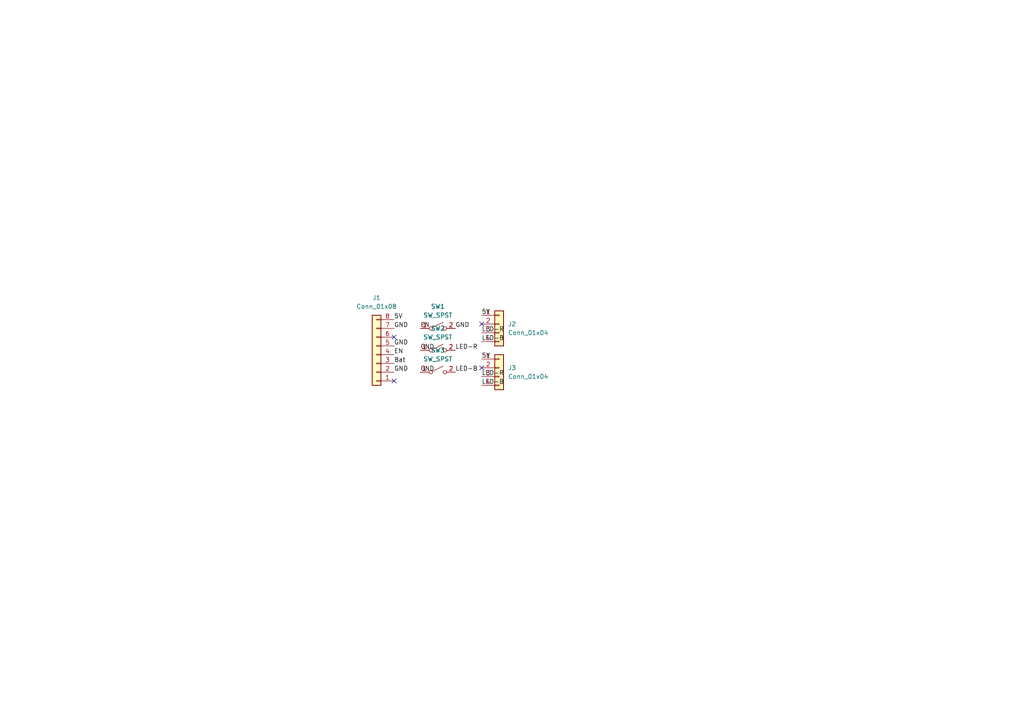
<source format=kicad_sch>
(kicad_sch (version 20231120) (generator "eeschema") (generator_version "8.0")
  (paper "A4")
  (lib_symbols
    (symbol "Connector_Generic:Conn_01x04" (pin_names (offset 1.016) hide)
      (property "Reference" "J" (at 0 5.08 0))
      (property "Value" "Conn_01x04" (at 0 -7.62 0))
      (symbol "Conn_01x04_1_1"
        (rectangle (start -1.27 -4.953) (end 0 -5.207) (stroke (width 0.1524)))
        (rectangle (start -1.27 -2.413) (end 0 -2.667) (stroke (width 0.1524)))
        (rectangle (start -1.27 0.127) (end 0 -0.127) (stroke (width 0.1524)))
        (rectangle (start -1.27 2.667) (end 0 2.413) (stroke (width 0.1524)))
        (rectangle (start -1.27 3.81) (end 1.27 -6.35) (stroke (width 0.254)) (fill (type background)))
        (pin passive line (at -5.08 2.54 0) (length 3.81) (name "Pin_1") (number "1"))
        (pin passive line (at -5.08 0 0) (length 3.81) (name "Pin_2") (number "2"))
        (pin passive line (at -5.08 -2.54 0) (length 3.81) (name "Pin_3") (number "3"))
        (pin passive line (at -5.08 -5.08 0) (length 3.81) (name "Pin_4") (number "4"))
      )
    )
    (symbol "Connector_Generic:Conn_01x08" (pin_names (offset 1.016) hide)
      (property "Reference" "J" (at 0 10.16 0))
      (property "Value" "Conn_01x08" (at 0 -12.7 0))
      (symbol "Conn_01x08_1_1"
        (rectangle (start -1.27 -10.033) (end 0 -10.287) (stroke (width 0.1524)))
        (rectangle (start -1.27 -7.493) (end 0 -7.747) (stroke (width 0.1524)))
        (rectangle (start -1.27 -4.953) (end 0 -5.207) (stroke (width 0.1524)))
        (rectangle (start -1.27 -2.413) (end 0 -2.667) (stroke (width 0.1524)))
        (rectangle (start -1.27 0.127) (end 0 -0.127) (stroke (width 0.1524)))
        (rectangle (start -1.27 2.667) (end 0 2.413) (stroke (width 0.1524)))
        (rectangle (start -1.27 5.207) (end 0 4.953) (stroke (width 0.1524)))
        (rectangle (start -1.27 7.747) (end 0 7.493) (stroke (width 0.1524)))
        (rectangle (start -1.27 8.89) (end 1.27 -11.43) (stroke (width 0.254)) (fill (type background)))
        (pin passive line (at -5.08 7.62 0) (length 3.81) (name "Pin_1") (number "1"))
        (pin passive line (at -5.08 5.08 0) (length 3.81) (name "Pin_2") (number "2"))
        (pin passive line (at -5.08 2.54 0) (length 3.81) (name "Pin_3") (number "3"))
        (pin passive line (at -5.08 0 0) (length 3.81) (name "Pin_4") (number "4"))
        (pin passive line (at -5.08 -2.54 0) (length 3.81) (name "Pin_5") (number "5"))
        (pin passive line (at -5.08 -5.08 0) (length 3.81) (name "Pin_6") (number "6"))
        (pin passive line (at -5.08 -7.62 0) (length 3.81) (name "Pin_7") (number "7"))
        (pin passive line (at -5.08 -10.16 0) (length 3.81) (name "Pin_8") (number "8"))
      )
    )
    (symbol "Switch:SW_SPST" (pin_names (offset 0) hide)
      (property "Reference" "SW" (at 0 3.175 0))
      (property "Value" "SW_SPST" (at 0 -2.54 0))
      (symbol "SW_SPST_0_0"
        (circle (center -2.032 0) (radius 0.508))
        (polyline (pts (xy -1.524 0.254) (xy 1.524 1.778)))
        (circle (center 2.032 0) (radius 0.508))
      )
      (symbol "SW_SPST_1_1"
        (pin passive line (at -5.08 0 0) (length 2.54) (name "A") (number "1"))
        (pin passive line (at 5.08 0 180) (length 2.54) (name "B") (number "2"))
      )
    )
  )
  (no_connect (at 139.7 106.68))
  (no_connect (at 114.3 97.79))
  (no_connect (at 139.7 93.98))
  (no_connect (at 114.3 110.49))
  (label "LED-R" (at 132.08 101.6 0))
  (label "LED-B" (at 139.7 99.06 0))
  (label "GND" (at 121.92 101.6 0))
  (label "5V" (at 114.3 92.71 0))
  (label "5V" (at 139.7 91.44 0))
  (label "GND" (at 121.92 107.95 0))
  (label "EN" (at 114.3 102.87 0))
  (label "LED-B" (at 132.08 107.95 0))
  (label "GND" (at 132.08 95.25 0))
  (label "GND" (at 114.3 95.25 0))
  (label "Bat" (at 114.3 105.41 0))
  (label "LED-R" (at 139.7 96.52 0))
  (label "LED-B" (at 139.7 111.76 0))
  (label "GND" (at 114.3 107.95 0))
  (label "GND" (at 114.3 100.33 0))
  (label "EN" (at 121.92 95.25 0))
  (label "LED-R" (at 139.7 109.22 0))
  (label "5V" (at 139.7 104.14 0))
  (symbol (lib_id "Connector_Generic:Conn_01x04") (at 144.78 93.98 0) (unit 1)
    (property "Reference" "J2" (at 147.32 93.9799 0) (effects (justify left)))
    (property "Value" "Conn_01x04" (at 147.32 96.5199 0) (effects (justify left)))
    (property "Footprint" "Connector_PinHeader_2.54mm:PinHeader_1x04_P2.54mm_Vertical" (effects (hide yes)))
    (property "Description" "Generic connector, single row, 01x04, script generated (kicad-library-utils/schlib/autogen/connector/)" (effects (hide yes)))
  )
  (symbol (lib_id "Switch:SW_SPST") (at 127 95.25 0) (unit 1)
    (property "Reference" "SW1" (at 127 88.9 0))
    (property "Value" "SW_SPST" (at 127 91.44 0))
    (property "Footprint" "Button_Switch_THT:SW_DIP_SPSTx01_Slide_6.7x4.1mm_W7.62mm_P2.54mm_LowProfile" (effects (hide yes)))
    (property "Description" "Single Pole Single Throw (SPST) switch" (effects (hide yes)))
  )
  (symbol (lib_id "Switch:SW_SPST") (at 127 107.95 0) (unit 1)
    (property "Reference" "SW3" (at 127 101.6 0))
    (property "Value" "SW_SPST" (at 127 104.14 0))
    (property "Footprint" "Button_Switch_THT:SW_DIP_SPSTx01_Slide_6.7x4.1mm_W7.62mm_P2.54mm_LowProfile" (effects (hide yes)))
    (property "Description" "Single Pole Single Throw (SPST) switch" (effects (hide yes)))
  )
  (symbol (lib_id "Connector_Generic:Conn_01x08") (at 109.22 102.87 180) (unit 1)
    (property "Reference" "J1" (at 109.22 86.36 0))
    (property "Value" "Conn_01x08" (at 109.22 88.9 0))
    (property "Footprint" "Connector_PinHeader_2.54mm:PinHeader_1x08_P2.54mm_Vertical" (effects (hide yes)))
    (property "Description" "Generic connector, single row, 01x08, script generated (kicad-library-utils/schlib/autogen/connector/)" (effects (hide yes)))
  )
  (symbol (lib_id "Switch:SW_SPST") (at 127 101.6 0) (unit 1)
    (property "Reference" "SW2" (at 127 95.25 0))
    (property "Value" "SW_SPST" (at 127 97.79 0))
    (property "Footprint" "Button_Switch_THT:SW_DIP_SPSTx01_Slide_6.7x4.1mm_W7.62mm_P2.54mm_LowProfile" (effects (hide yes)))
    (property "Description" "Single Pole Single Throw (SPST) switch" (effects (hide yes)))
  )
  (symbol (lib_id "Connector_Generic:Conn_01x04") (at 144.78 106.68 0) (unit 1)
    (property "Reference" "J3" (at 147.32 106.6799 0) (effects (justify left)))
    (property "Value" "Conn_01x04" (at 147.32 109.2199 0) (effects (justify left)))
    (property "Footprint" "Connector_PinHeader_2.54mm:PinHeader_1x04_P2.54mm_Vertical" (effects (hide yes)))
    (property "Description" "Generic connector, single row, 01x04, script generated (kicad-library-utils/schlib/autogen/connector/)" (effects (hide yes)))
  )
)
</source>
